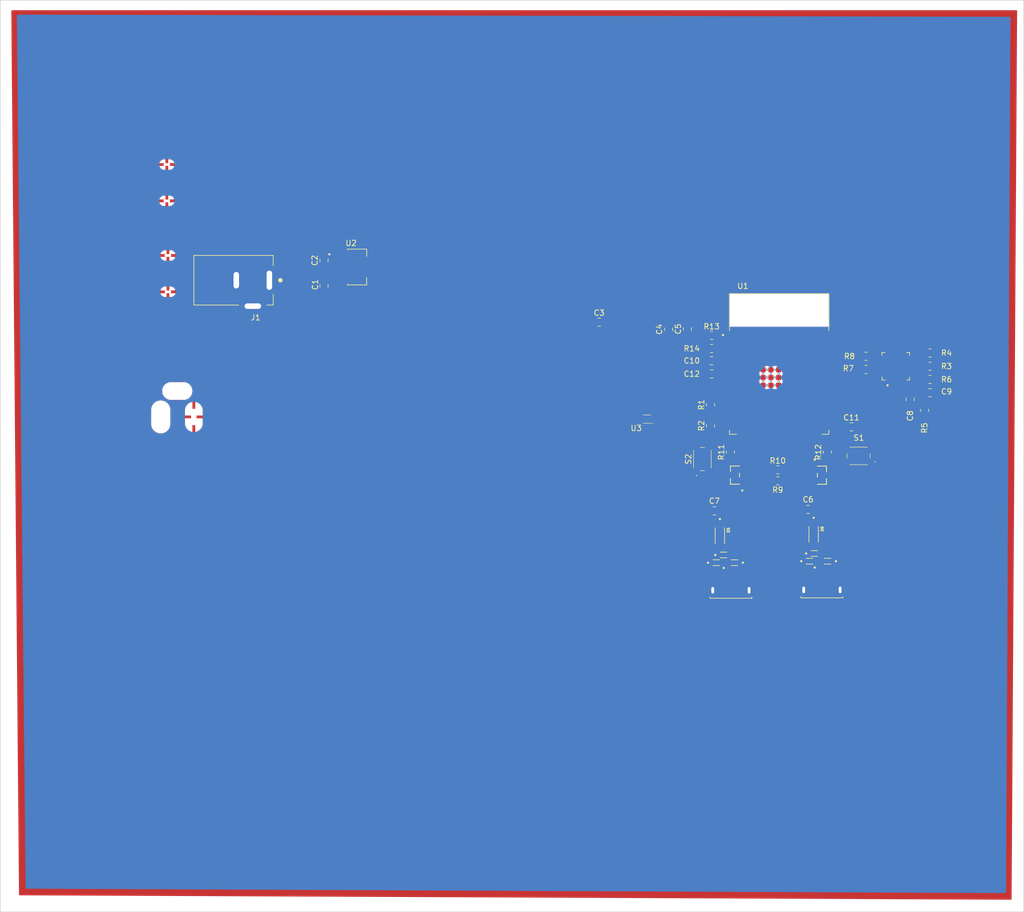
<source format=kicad_pcb>
(kicad_pcb (version 20221018) (generator pcbnew)
  (layers (0 "F.Cu" signal) (31 "B.Cu" signal) (34 "B.Paste" user) (35 "F.Paste" user) (36 "B.SilkS" user "B.Silkscreen") (37 "F.SilkS" user "F.Silkscreen") (38 "B.Mask" user) (39 "F.Mask" user) (44 "Edge.Cuts" user))
  (net 0 "")
  (net 1 "+12V")
  (net 2 "GND")
  (net 3 "+3.3V")
  (net 4 "Net-(C6-Pad1)")
  (net 5 "Net-(C7-Pad1)")
  (net 6 "Net-(U4-VBUS)")
  (net 7 "CHIP_PU")
  (net 8 "IO0")
  (net 9 "USB_DP")
  (net 10 "USB_DN")
  (net 11 "IO20")
  (net 12 "IO19")
  (net 13 "VBUS")
  (net 17 "Net-(U1-IO8)")
  (net 18 "Net-(U1-IO9)")
  (net 19 "Net-(U4-~{RST})")
  (net 20 "Net-(U4-~{SUSPEND})")
  (net 21 "Net-(U4-TXD)")
  (net 22 "U0RXD")
  (net 23 "Net-(U4-RXD)")
  (net 24 "U0TXD")
  (net 25 "DTR")
  (net 26 "Net-(U5-BASE)")
  (net 27 "RTS")
  (net 28 "Net-(U6-BASE)")
  (net 29 "Net-(U5-COLLECTOR)")
  (net 30 "Net-(U6-COLLECTOR)")
  (net 31 "ESP_3V3")
  (footprint "Resistor_SMD:R_0805_2012Metric_Pad1.20x1.40mm_HandSolder" (layer "F.Cu") (at 143 59.6 180)
    (fp_text reference "R7" (at 3.2 0.2) (layer "F.SilkS"))
    (fp_text value "0" hide)
    (fp_line (start -0.227064 -0.735) (end 0.227064 -0.735) (stroke (width 0.12)) (layer "F.SilkS"))
    (fp_line (start -0.227064 0.735) (end 0.227064 0.735) (stroke (width 0.12)) (layer "F.SilkS"))
    (pad "1" smd roundrect (at -1 0 180) (size 1.2 1.4) (layers "F.Cu" "F.Paste" "F.Mask") (roundrect_rratio 0.208333) (net 21 "Net-(U4-TXD)"))
    (pad "2" smd roundrect (at 1 0 180) (size 1.2 1.4) (layers "F.Cu" "F.Paste" "F.Mask") (roundrect_rratio 0.208333) (net 22 "U0RXD"))
  )
  (footprint "ECE445:SOT-23_ONS" (layer "F.Cu") (at 119.2348 78.7525 90)
    (fp_text reference "U5" hide)
    (fp_text value "L8050QLT1G" hide)
    (fp_line (start -1.651 -0.8255) (end -1.651 0.8255) (stroke (width 0.1524)) (layer "F.SilkS"))
    (fp_line (start -0.61214 -0.8255) (end -1.651 -0.8255) (stroke (width 0.1524)) (layer "F.SilkS"))
    (fp_line (start -0.34036 0.8255) (end 0.34036 0.8255) (stroke (width 0.1524)) (layer "F.SilkS"))
    (fp_line (start 1.651 -0.8255) (end 0.61214 -0.8255) (stroke (width 0.1524)) (layer "F.SilkS"))
    (fp_line (start 1.651 0.8255) (end 1.651 -0.8255) (stroke (width 0.1524)) (layer "F.SilkS"))
    (fp_circle (center -2.794 1.3208) (end -2.667 1.3208) (stroke (width 0.1524)) (fill none) (layer "F.SilkS"))
    (pad "1" smd rect (at -0.9525 0.9652 90) (size 0.5588 1.4224) (layers "F.Cu" "F.Paste" "F.Mask") (net 26 "Net-(U5-BASE)"))
    (pad "2" smd rect (at 0.9525 0.9652 90) (size 0.5588 1.4224) (layers "F.Cu" "F.Paste" "F.Mask") (net 27 "RTS"))
    (pad "3" smd rect (at 0 -0.9652 90) (size 0.5588 1.4224) (layers "F.Cu" "F.Paste" "F.Mask") (net 29 "Net-(U5-COLLECTOR)"))
  )
  (footprint "Capacitor_SMD:C_0805_2012Metric_Pad1.18x1.45mm_HandSolder" (layer "F.Cu") (at 151 65 -90)
    (fp_text reference "C8" (at 3 0 90) (layer "F.SilkS"))
    (fp_text value "10uF" hide)
    (fp_line (start -0.261252 -0.735) (end 0.261252 -0.735) (stroke (width 0.12)) (layer "F.SilkS"))
    (fp_line (start -0.261252 0.735) (end 0.261252 0.735) (stroke (width 0.12)) (layer "F.SilkS"))
    (pad "1" smd roundrect (at -1.0375 0 270) (size 1.175 1.45) (layers "F.Cu" "F.Paste" "F.Mask") (roundrect_rratio 0.212766) (net 3 "+3.3V"))
    (pad "2" smd roundrect (at 1.0375 0 270) (size 1.175 1.45) (layers "F.Cu" "F.Paste" "F.Mask") (roundrect_rratio 0.212766) (net 2 "GND"))
  )
  (footprint "Resistor_SMD:R_0805_2012Metric_Pad1.20x1.40mm_HandSolder" (layer "F.Cu") (at 154.6 61.4 180)
    (fp_text reference "R6" (at -3 0) (layer "F.SilkS"))
    (fp_text value "47500" hide)
    (fp_line (start -0.227064 -0.735) (end 0.227064 -0.735) (stroke (width 0.12)) (layer "F.SilkS"))
    (fp_line (start -0.227064 0.735) (end 0.227064 0.735) (stroke (width 0.12)) (layer "F.SilkS"))
    (pad "1" smd roundrect (at -1 0 180) (size 1.2 1.4) (layers "F.Cu" "F.Paste" "F.Mask") (roundrect_rratio 0.208333) (net 2 "GND"))
    (pad "2" smd roundrect (at 1 0 180) (size 1.2 1.4) (layers "F.Cu" "F.Paste" "F.Mask") (roundrect_rratio 0.208333) (net 6 "Net-(U4-VBUS)"))
  )
  (footprint "ECE445:SOT-23_ONS" (layer "F.Cu") (at 135 78.7715 -90)
    (fp_text reference "U6" hide)
    (fp_text value "L8050QLT1G" hide)
    (fp_line (start -1.651 -0.8255) (end -1.651 0.8255) (stroke (width 0.1524)) (layer "F.SilkS"))
    (fp_line (start -0.61214 -0.8255) (end -1.651 -0.8255) (stroke (width 0.1524)) (layer "F.SilkS"))
    (fp_line (start -0.34036 0.8255) (end 0.34036 0.8255) (stroke (width 0.1524)) (layer "F.SilkS"))
    (fp_line (start 1.651 -0.8255) (end 0.61214 -0.8255) (stroke (width 0.1524)) (layer "F.SilkS"))
    (fp_line (start 1.651 0.8255) (end 1.651 -0.8255) (stroke (width 0.1524)) (layer "F.SilkS"))
    (fp_circle (center -2.794 1.3208) (end -2.667 1.3208) (stroke (width 0.1524)) (fill none) (layer "F.SilkS"))
    (pad "1" smd rect (at -0.9525 0.9652 270) (size 0.5588 1.4224) (layers "F.Cu" "F.Paste" "F.Mask") (net 28 "Net-(U6-BASE)"))
    (pad "2" smd rect (at 0.9525 0.9652 270) (size 0.5588 1.4224) (layers "F.Cu" "F.Paste" "F.Mask") (net 25 "DTR"))
    (pad "3" smd rect (at 0 -0.9652 270) (size 0.5588 1.4224) (layers "F.Cu" "F.Paste" "F.Mask") (net 30 "Net-(U6-COLLECTOR)"))
  )
  (footprint "Resistor_SMD:R_0805_2012Metric_Pad1.20x1.40mm_HandSolder" (layer "F.Cu") (at 115 53.4 180)
    (fp_text reference "R13" (at 0 1.6) (layer "F.SilkS"))
    (fp_text value "0")
    (fp_line (start -0.227064 -0.735) (end 0.227064 -0.735) (stroke (width 0.12)) (layer "F.SilkS"))
    (fp_line (start -0.227064 0.735) (end 0.227064 0.735) (stroke (width 0.12)) (layer "F.SilkS"))
    (pad "1" smd roundrect (at -1 0 180) (size 1.2 1.4) (layers "F.Cu" "F.Paste" "F.Mask") (roundrect_rratio 0.208333) (net 31 "ESP_3V3"))
    (pad "2" smd roundrect (at 1 0 180) (size 1.2 1.4) (layers "F.Cu" "F.Paste" "F.Mask") (roundrect_rratio 0.208333) (net 3 "+3.3V"))
  )
  (footprint "ECE445:PTS815 SJG 250 SMTR LFS" (layer "F.Cu") (at 141.65 75.275 180)
    (fp_text reference "S1" (at -0.05 3.275) (layer "F.SilkS"))
    (fp_text value "PTS815_SJG_250_SMTR_LFS" hide)
    (fp_line (start -2.1 -0.4) (end -2.1 0.4) (stroke (width 0.1)) (layer "F.SilkS"))
    (fp_line (start -1.6 -1.6) (end 1.6 -1.6) (stroke (width 0.1)) (layer "F.SilkS"))
    (fp_line (start 1.6 1.6) (end -1.6 1.6) (stroke (width 0.1)) (layer "F.SilkS"))
    (fp_line (start 2.1 -0.4) (end 2.1 0.4) (stroke (width 0.1)) (layer "F.SilkS"))
    (fp_arc (start -3 -1.1) (mid -2.95 -1.05) (end -3 -1) (stroke (width 0.1)) (layer "F.SilkS"))
    (fp_arc (start -3 -1) (mid -3.05 -1.05) (end -3 -1.1) (stroke (width 0.1)) (layer "F.SilkS"))
    (pad "1" smd rect (at -2.25 -1.075 180) (size 1 0.7) (layers "F.Cu" "F.Paste" "F.Mask") (net 2 "GND"))
    (pad "2" smd rect (at 2.25 -1.075 180) (size 1 0.7) (layers "F.Cu" "F.Paste" "F.Mask"))
    (pad "3" smd rect (at -2.25 1.075 180) (size 1 0.7) (layers "F.Cu" "F.Paste" "F.Mask"))
    (pad "4" smd rect (at 2.25 1.075 180) (size 1 0.7) (layers "F.Cu" "F.Paste" "F.Mask") (net 8 "IO0"))
  )
  (footprint "Capacitor_SMD:C_0805_2012Metric_Pad1.18x1.45mm_HandSolder" (layer "F.Cu") (at 44.715 44.4 -90)
    (fp_text reference "C1" (at -0.2 1.6 90) (layer "F.SilkS"))
    (fp_text value "1uF" hide)
    (fp_line (start -0.261252 -0.735) (end 0.261252 -0.735) (stroke (width 0.12)) (layer "F.SilkS"))
    (fp_line (start -0.261252 0.735) (end 0.261252 0.735) (stroke (width 0.12)) (layer "F.SilkS"))
    (pad "1" smd roundrect (at -1.0375 0 270) (size 1.175 1.45) (layers "F.Cu" "F.Paste" "F.Mask") (roundrect_rratio 0.212766) (net 1 "+12V"))
    (pad "2" smd roundrect (at 1.0375 0 270) (size 1.175 1.45) (layers "F.Cu" "F.Paste" "F.Mask") (roundrect_rratio 0.212766) (net 2 "GND"))
  )
  (footprint "Resistor_SMD:R_0805_2012Metric_Pad1.20x1.40mm_HandSolder" (layer "F.Cu") (at 114.8 66 90)
    (fp_text reference "R1" (at 0 -1.65 90) (layer "F.SilkS"))
    (fp_text value "10000")
    (fp_line (start -0.227064 -0.735) (end 0.227064 -0.735) (stroke (width 0.12)) (layer "F.SilkS"))
    (fp_line (start -0.227064 0.735) (end 0.227064 0.735) (stroke (width 0.12)) (layer "F.SilkS"))
    (pad "1" smd roundrect (at -1 0 90) (size 1.2 1.4) (layers "F.Cu" "F.Paste" "F.Mask") (roundrect_rratio 0.208333) (net 17 "Net-(U1-IO8)"))
    (pad "2" smd roundrect (at 1 0 90) (size 1.2 1.4) (layers "F.Cu" "F.Paste" "F.Mask") (roundrect_rratio 0.208333) (net 3 "+3.3V"))
  )
  (footprint "ECE445:LDL1117S33R-SnapEDA" (layer "F.Cu") (at 50.7 41)
    (fp_text reference "U2" (at -1.08 -4.335) (layer "F.SilkS"))
    (fp_text value "LDL1117S33R-SnapEDA")
    (fp_line (start -1.75 -3.25) (end -1.75 -3.085) (stroke (width 0.127)) (layer "F.SilkS"))
    (fp_line (start -1.75 3.25) (end -1.75 3.085) (stroke (width 0.127)) (layer "F.SilkS"))
    (fp_line (start -1.75 3.25) (end 1.75 3.25) (stroke (width 0.127)) (layer "F.SilkS"))
    (fp_line (start 1.75 -3.25) (end -1.75 -3.25) (stroke (width 0.127)) (layer "F.SilkS"))
    (fp_line (start 1.75 -1.935) (end 1.75 -3.25) (stroke (width 0.127)) (layer "F.SilkS"))
    (fp_line (start 1.75 3.25) (end 1.75 1.935) (stroke (width 0.127)) (layer "F.SilkS"))
    (fp_circle (center -5.005 -2.3) (end -4.905 -2.3) (stroke (width 0.2)) (fill none) (layer "F.SilkS"))
    (pad "1" smd roundrect (at -3.015 -2.3) (size 1.98 0.93) (layers "F.Cu" "F.Paste" "F.Mask") (roundrect_rratio 0.12) (net 2 "GND"))
    (pad "2" smd roundrect (at -3.015 0) (size 1.98 0.93) (layers "F.Cu" "F.Paste" "F.Mask") (roundrect_rratio 0.12) (net 3 "+3.3V"))
    (pad "3" smd roundrect (at -3.015 2.3) (size 1.98 0.93) (layers "F.Cu" "F.Paste" "F.Mask") (roundrect_rratio 0.12) (net 1 "+12V"))
    (pad "4" smd roundrect (at 3.015 0) (size 1.98 3.23) (layers "F.Cu" "F.Paste" "F.Mask") (roundrect_rratio 0.4) (net 3 "+3.3V"))
  )
  (footprint "Capacitor_SMD:C_0805_2012Metric_Pad1.18x1.45mm_HandSolder" (layer "F.Cu") (at 114.9625 58 180)
    (fp_text reference "C10" (at 3.5625 0) (layer "F.SilkS"))
    (fp_text value "1uF")
    (fp_line (start -0.261252 -0.735) (end 0.261252 -0.735) (stroke (width 0.12)) (layer "F.SilkS"))
    (fp_line (start -0.261252 0.735) (end 0.261252 0.735) (stroke (width 0.12)) (layer "F.SilkS"))
    (pad "1" smd roundrect (at -1.0375 0 180) (size 1.175 1.45) (layers "F.Cu" "F.Paste" "F.Mask") (roundrect_rratio 0.212766) (net 7 "CHIP_PU"))
    (pad "2" smd roundrect (at 1.0375 0 180) (size 1.175 1.45) (layers "F.Cu" "F.Paste" "F.Mask") (roundrect_rratio 0.212766) (net 2 "GND"))
  )
  (footprint "Capacitor_SMD:C_0805_2012Metric_Pad1.18x1.45mm_HandSolder" (layer "F.Cu") (at 44.715 39.8 90)
    (fp_text reference "C2" (at 0 -1.68 90) (layer "F.SilkS"))
    (fp_text value "4.7uF" hide)
    (fp_line (start -0.261252 -0.735) (end 0.261252 -0.735) (stroke (width 0.12)) (layer "F.SilkS"))
    (fp_line (start -0.261252 0.735) (end 0.261252 0.735) (stroke (width 0.12)) (layer "F.SilkS"))
    (pad "1" smd roundrect (at -1.0375 0 90) (size 1.175 1.45) (layers "F.Cu" "F.Paste" "F.Mask") (roundrect_rratio 0.212766) (net 3 "+3.3V"))
    (pad "2" smd roundrect (at 1.0375 0 90) (size 1.175 1.45) (layers "F.Cu" "F.Paste" "F.Mask") (roundrect_rratio 0.212766) (net 2 "GND"))
  )
  (footprint "ECE445:LESD5D5_0CT1G" (layer "F.Cu") (at 136.04 94.3795 180)
    (fp_text reference "D1" hide)
    (fp_text value "LESD5D5.0CT1G" hide)
    (fp_line (start -0.6 -0.52) (end 0.6 -0.52) (stroke (width 0.127)) (layer "F.SilkS"))
    (fp_line (start 0.6 0.52) (end -0.6 0.52) (stroke (width 0.127)) (layer "F.SilkS"))
    (fp_circle (center -1.5 0) (end -1.4 0) (stroke (width 0.2)) (fill none) (layer "F.SilkS"))
    (pad "1" smd rect (at -0.66 0 180) (size 0.48 0.4) (layers "F.Cu" "F.Paste" "F.Mask") (net 2 "GND"))
    (pad "2" smd rect (at 0.66 0 180) (size 0.48 0.4) (layers "F.Cu" "F.Paste" "F.Mask") (net 9 "USB_DP"))
  )
  (footprint "Resistor_SMD:R_0805_2012Metric_Pad1.20x1.40mm_HandSolder" (layer "F.Cu") (at 154.6 59 180)
    (fp_text reference "R3" (at -3 0) (layer "F.SilkS"))
    (fp_text value "1000" hide)
    (fp_line (start -0.227064 -0.735) (end 0.227064 -0.735) (stroke (width 0.12)) (layer "F.SilkS"))
    (fp_line (start -0.227064 0.735) (end 0.227064 0.735) (stroke (width 0.12)) (layer "F.SilkS"))
    (pad "1" smd roundrect (at -1 0 180) (size 1.2 1.4) (layers "F.Cu" "F.Paste" "F.Mask") (roundrect_rratio 0.208333) (net 3 "+3.3V"))
    (pad "2" smd roundrect (at 1 0 180) (size 1.2 1.4) (layers "F.Cu" "F.Paste" "F.Mask") (roundrect_rratio 0.208333) (net 19 "Net-(U4-~{RST})"))
  )
  (footprint "ECE445:PTS815 SJG 250 SMTR LFS" (layer "F.Cu") (at 113.325 75.85 90)
    (fp_text reference "S2" (at 0 -2.54 90) (layer "F.SilkS"))
    (fp_text value "PTS815_SJG_250_SMTR_LFS" hide)
    (fp_line (start -2.1 -0.4) (end -2.1 0.4) (stroke (width 0.1)) (layer "F.SilkS"))
    (fp_line (start -1.6 -1.6) (end 1.6 -1.6) (stroke (width 0.1)) (layer "F.SilkS"))
    (fp_line (start 1.6 1.6) (end -1.6 1.6) (stroke (width 0.1)) (layer "F.SilkS"))
    (fp_line (start 2.1 -0.4) (end 2.1 0.4) (stroke (width 0.1)) (layer "F.SilkS"))
    (fp_arc (start -3 -1.1) (mid -2.95 -1.05) (end -3 -1) (stroke (width 0.1)) (layer "F.SilkS"))
    (fp_arc (start -3 -1) (mid -3.05 -1.05) (end -3 -1.1) (stroke (width 0.1)) (layer "F.SilkS"))
    (pad "1" smd rect (at -2.25 -1.075 90) (size 1 0.7) (layers "F.Cu" "F.Paste" "F.Mask") (net 2 "GND"))
    (pad "2" smd rect (at 2.25 -1.075 90) (size 1 0.7) (layers "F.Cu" "F.Paste" "F.Mask"))
    (pad "3" smd rect (at -2.25 1.075 90) (size 1 0.7) (layers "F.Cu" "F.Paste" "F.Mask"))
    (pad "4" smd rect (at 2.25 1.075 90) (size 1 0.7) (layers "F.Cu" "F.Paste" "F.Mask") (net 7 "CHIP_PU"))
  )
  (footprint "ECE445:ESP32-S3-WROOM-1-N8-SnapEDA" (layer "F.Cu") (at 127.25 58.59)
    (fp_text reference "U1" (at -6.575 -14.135) (layer "F.SilkS"))
    (fp_text value "ESP32-S3-WROOM-1-N8" hide)
    (fp_line (start -9 -12.75) (end 9 -12.75) (stroke (width 0.127)) (layer "F.SilkS"))
    (fp_line (start -9 -6.03) (end -9 -12.75) (stroke (width 0.127)) (layer "F.SilkS"))
    (fp_line (start -9 12.02) (end -9 12.75) (stroke (width 0.127)) (layer "F.SilkS"))
    (fp_line (start -9 12.75) (end -7.755 12.75) (stroke (width 0.127)) (layer "F.SilkS"))
    (fp_line (start 9 -12.75) (end 9 -6.03) (stroke (width 0.127)) (layer "F.SilkS"))
    (fp_line (start 9 12.02) (end 9 12.75) (stroke (width 0.127)) (layer "F.SilkS"))
    (fp_line (start 9 12.75) (end 7.755 12.75) (stroke (width 0.127)) (layer "F.SilkS"))
    (fp_circle (center -10.2 -5.26) (end -10.1 -5.26) (stroke (width 0.2)) (fill none) (layer "F.SilkS"))
    (pad "1" smd rect (at -8.75 -5.26) (size 1.5 0.9) (layers "F.Cu" "F.Paste" "F.Mask") (net 2 "GND"))
    (pad "2" smd rect (at -8.75 -3.99) (size 1.5 0.9) (layers "F.Cu" "F.Paste" "F.Mask") (net 31 "ESP_3V3"))
    (pad "3" smd rect (at -8.75 -2.72) (size 1.5 0.9) (layers "F.Cu" "F.Paste" "F.Mask") (net 7 "CHIP_PU"))
    (pad "4" smd rect (at -8.75 -1.45) (size 1.5 0.9) (layers "F.Cu" "F.Paste" "F.Mask"))
    (pad "5" smd rect (at -8.75 -0.18) (size 1.5 0.9) (layers "F.Cu" "F.Paste" "F.Mask"))
    (pad "6" smd rect (at -8.75 1.09) (size 1.5 0.9) (layers "F.Cu" "F.Paste" "F.Mask"))
    (pad "7" smd rect (at -8.75 2.36) (size 1.5 0.9) (layers "F.Cu" "F.Paste" "F.Mask"))
    (pad "8" smd rect (at -8.75 3.63) (size 1.5 0.9) (layers "F.Cu" "F.Paste" "F.Mask"))
    (pad "9" smd rect (at -8.75 4.9) (size 1.5 0.9) (layers "F.Cu" "F.Paste" "F.Mask"))
    (pad "10" smd rect (at -8.75 6.17) (size 1.5 0.9) (layers "F.Cu" "F.Paste" "F.Mask"))
    (pad "11" smd rect (at -8.75 7.44) (size 1.5 0.9) (layers "F.Cu" "F.Paste" "F.Mask"))
    (pad "12" smd rect (at -8.75 8.71) (size 1.5 0.9) (layers "F.Cu" "F.Paste" "F.Mask") (net 17 "Net-(U1-IO8)"))
    (pad "13" smd rect (at -8.75 9.98) (size 1.5 0.9) (layers "F.Cu" "F.Paste" "F.Mask") (net 12 "IO19"))
    (pad "14" smd rect (at -8.75 11.25) (size 1.5 0.9) (layers "F.Cu" "F.Paste" "F.Mask") (net 11 "IO20"))
    (pad "15" smd rect (at -6.985 12.5) (size 0.9 1.5) (layers "F.Cu" "F.Paste" "F.Mask"))
    (pad "16" smd rect (at -5.715 12.5) (size 0.9 1.5) (layers "F.Cu" "F.Paste" "F.Mask"))
    (pad "17" smd rect (at -4.445 12.5) (size 0.9 1.5) (layers "F.Cu" "F.Paste" "F.Mask") (net 18 "Net-(U1-IO9)"))
    (pad "18" smd rect (at -3.175 12.5) (size 0.9 1.5) (layers "F.Cu" "F.Paste" "F.Mask"))
    (pad "19" smd rect (at -1.905 12.5) (size 0.9 1.5) (layers "F.Cu" "F.Paste" "F.Mask"))
    (pad "20" smd rect (at -0.635 12.5) (size 0.9 1.5) (layers "F.Cu" "F.Paste" "F.Mask"))
    (pad "21" smd rect (at 0.635 12.5) (size 0.9 1.5) (layers "F.Cu" "F.Paste" "F.Mask"))
    (pad "22" smd rect (at 1.905 12.5) (size 0.9 1.5) (layers "F.Cu" "F.Paste" "F.Mask"))
    (pad "23" smd rect (at 3.175 12.5) (size 0.9 1.5) (layers "F.Cu" "F.Paste" "F.Mask"))
    (pad "24" smd rect (at 4.445 12.5) (size 0.9 1.5) (layers "F.Cu" "F.Paste" "F.Mask"))
    (pad "25" smd rect (at 5.715 12.5) (size 0.9 1.5) (layers "F.Cu" "F.Paste" "F.Mask"))
    (pad "26" smd rect (at 6.985 12.5) (size 0.9 1.5) (layers "F.Cu" "F.Paste" "F.Mask"))
    (pad "27" smd rect (at 8.75 11.25) (size 1.5 0.9) (layers "F.Cu" "F.Paste" "F.Mask") (net 8 "IO0"))
    (pad "28" smd rect (at 8.75 9.98) (size 1.5 0.9) (layers "F.Cu" "F.Paste" "F.Mask"))
    (pad "29" smd rect (at 8.75 8.71) (size 1.5 0.9) (layers "F.Cu" "F.Paste" "F.Mask"))
    (pad "30" smd rect (at 8.75 7.44) (size 1.5 0.9) (layers "F.Cu" "F.Paste" "F.Mask"))
    (pad "31" smd rect (at 8.75 6.17) (size 1.5 0.9) (layers "F.Cu" "F.Paste" "F.Mask"))
    (pad "32" smd rect (at 8.75 4.9) (size 1.5 0.9) (layers "F.Cu" "F.Paste" "F.Mask"))
    (pad "33" smd rect (at 8.75 3.63) (size 1.5 0.9) (layers "F.Cu" "F.Paste" "F.Mask"))
    (pad "34" smd rect (at 8.75 2.36) (size 1.5 0.9) (layers "F.Cu" "F.Paste" "F.Mask"))
    (pad "35" smd rect (at 8.75 1.09) (size 1.5 0.9) (layers "F.Cu" "F.Paste" "F.Mask"))
    (pad "36" smd rect (at 8.75 -0.18) (size 1.5 0.9) (layers "F.Cu" "F.Paste" "F.Mask") (net 22 "U0RXD"))
    (pad "37" smd rect (at 8.75 -1.45) (size 1.5 0.9) (layers "F.Cu" "F.Paste" "F.Mask") (net 24 "U0TXD"))
    (pad "38" smd rect (at 8.75 -2.72) (size 1.5 0.9) (layers "F.Cu" "F.Paste" "F.Mask"))
    (pad "39" smd rect (at 8.75 -3.99) (size 1.5 0.9) (layers "F.Cu" "F.Paste" "F.Mask"))
    (pad "40" smd rect (at 8.75 -5.26) (size 1.5 0.9) (layers "F.Cu" "F.Paste" "F.Mask") (net 2 "GND"))
    (pad "41_1" smd rect (at -1.5 2.46) (size 0.9 0.9) (layers "F.Cu" "F.Paste" "F.Mask") (net 2 "GND"))
    (pad "41_2" smd rect (at -2.9 2.46) (size 0.9 0.9) (layers "F.Cu" "F.Paste" "F.Mask") (net 2 "GND"))
    (pad "41_3" smd rect (at -0.1 2.46) (size 0.9 0.9) (layers "F.Cu" "F.Paste" "F.Mask") (net 2 "GND"))
    (pad "41_4" smd rect (at -2.9 3.86) (size 0.9 0.9) (layers "F.Cu" "F.Paste" "F.Mask") (net 2 "GND"))
    (pad "41_5" smd rect (at -1.5 3.86) (size 0.9 0.9) (layers "F.Cu" "F.Paste" "F.Mask") (net 2 "GND"))
    (pad "41_6" smd rect (at -0.1 3.86) (size 0.9 0.9) (layers "F.Cu" "F.Paste" "F.Mask") (net 2 "GND"))
    (pad "41_7" smd rect (at -2.9 1.06) (size 0.9 0.9) (layers "F.Cu" "F.Paste" "F.Mask") (net 2 "GND"))
    (pad "41_8" smd rect (at -1.5 1.06) (size 0.9 0.9) (layers "F.Cu" "F.Paste" "F.Mask") (net 2 "GND"))
    (pad "41_9" smd rect (at -0.1 1.06) (size 0.9 0.9) (layers "F.Cu" "F.Paste" "F.Mask") (net 2 "GND"))
    (pad "41_10" thru_hole circle (at -1.5 1.76) (size 0.4 0.4) (drill 0.2) (layers "*.Cu"))
    (pad "41_11" thru_hole circle (at -2.9 1.76) (size 0.4 0.4) (drill 0.2) (layers "*.Cu"))
    (pad "41_12" thru_hole circle (at -0.1 1.76) (size 0.4 0.4) (drill 0.2) (layers "*.Cu"))
    (pad "41_13" thru_hole circle (at -2.9 3.16) (size 0.4 0.4) (drill 0.2) (layers "*.Cu"))
    (pad "41_14" thru_hole circle (at -1.5 3.16) (size 0.4 0.4) (drill 0.2) (layers "*.Cu"))
    (pad "41_15" thru_hole circle (at -0.1 3.16) (size 0.4 0.4) (drill 0.2) (layers "*.Cu"))
    (pad "41_16" thru_hole circle (at -2.2 1.06) (size 0.4 0.4) (drill 0.2) (layers "*.Cu"))
    (pad "41_17" thru_hole circle (at -0.8 1.06) (size 0.4 0.4) (drill 0.2) (layers "*.Cu"))
    (pad "41_18" thru_hole circle (at -2.2 2.46) (size 0.4 0.4) (drill 0.2) (layers "*.Cu"))
    (pad "41_19" thru_hole circle (at -0.8 2.46) (size 0.4 0.4) (drill 0.2) (layers "*.Cu"))
    (pad "41_20" thru_hole circle (at -2.2 3.86) (size 0.4 0.4) (drill 0.2) (layers "*.Cu"))
    (pad "41_21" thru_hole circle (at -0.8 3.86) (size 0.4 0.4) (drill 0.2) (layers "*.Cu"))
    (zone (net 0) (net_name "") (layer "F.Cu") (connect_pads (clearance 0)) (min_thickness 0.01)
      (keepout (tracks not_allowed) (vias not_allowed) (pads not_allowed) (copperpour not_allowed) (footprints allowed))
      (fill (thermal_gap 0.508) (thermal_bridge_width 0.508))
      (polygon (pts (xy 118.25 45.84) (xy 136.25 45.84) (xy 136.25 51.84) (xy 118.25 51.84)))
    )
    (zone (net 0) (net_name "") (layer "B.Cu") (connect_pads (clearance 0)) (min_thickness 0.01)
      (keepout (tracks not_allowed) (vias not_allowed) (pads not_allowed) (copperpour not_allowed) (footprints allowed))
      (fill (thermal_gap 0.508) (thermal_bridge_width 0.508))
      (polygon (pts (xy 118.25 45.84) (xy 136.25 45.84) (xy 136.25 51.84) (xy 118.25 51.84)))
    )
  )
  (footprint "Resistor_SMD:R_0805_2012Metric_Pad1.20x1.40mm_HandSolder" (layer "F.Cu") (at 127 77.8)
    (fp_text reference "R10" (at 0 -1.65) (layer "F.SilkS"))
    (fp_text value "10000" hide)
    (fp_line (start -0.227064 -0.735) (end 0.227064 -0.735) (stroke (width 0.12)) (layer "F.SilkS"))
    (fp_line (start -0.227064 0.735) (end 0.227064 0.735) (stroke (width 0.12)) (layer "F.SilkS"))
    (pad "1" smd roundrect (at -1 0) (size 1.2 1.4) (layers "F.Cu" "F.Paste" "F.Mask") (roundrect_rratio 0.208333) (net 27 "RTS"))
    (pad "2" smd roundrect (at 1 0) (size 1.2 1.4) (layers "F.Cu" "F.Paste" "F.Mask") (roundrect_rratio 0.208333) (net 28 "Net-(U6-BASE)"))
  )
  (footprint "Capacitor_SMD:C_0805_2012Metric_Pad1.18x1.45mm_HandSolder" (layer "F.Cu") (at 107.2 52.3 90)
    (fp_text reference "C4" (at 0 -1.68 90) (layer "F.SilkS"))
    (fp_text value "10uF")
    (fp_line (start -0.261252 -0.735) (end 0.261252 -0.735) (stroke (width 0.12)) (layer "F.SilkS"))
    (fp_line (start -0.261252 0.735) (end 0.261252 0.735) (stroke (width 0.12)) (layer "F.SilkS"))
    (pad "1" smd roundrect (at -1.0375 0 90) (size 1.175 1.45) (layers "F.Cu" "F.Paste" "F.Mask") (roundrect_rratio 0.212766) (net 3 "+3.3V"))
    (pad "2" smd roundrect (at 1.0375 0 90) (size 1.175 1.45) (layers "F.Cu" "F.Paste" "F.Mask") (roundrect_rratio 0.212766) (net 2 "GND"))
  )
  (footprint "ECE445:PJ-202AH" (layer "F.Cu") (at 28.3 43.4 180)
    (fp_text reference "J1" (at -4.01529 -6.76551) (layer "F.SilkS") (effects (font (size 1.000079 1.000079))))
    (fp_text value "PJ-202AH")
    (fp_line (start -7.2 -4.5) (end -6.05 -4.5) (stroke (width 0.127)) (layer "F.SilkS"))
    (fp_line (start -7.2 -2.55) (end -7.2 -4.5) (stroke (width 0.127)) (layer "F.SilkS"))
    (fp_line (start -7.2 4.5) (end -7.2 2.65) (stroke (width 0.127)) (layer "F.SilkS"))
    (fp_line (start -0.95 -4.5) (end 7.2 -4.5) (stroke (width 0.127)) (layer "F.SilkS"))
    (fp_line (start 7.2 -4.5) (end 7.2 4.5) (stroke (width 0.127)) (layer "F.SilkS"))
    (fp_line (start 7.2 4.5) (end -7.2 4.5) (stroke (width 0.127)) (layer "F.SilkS"))
    (fp_circle (center -8.5 0) (end -8.3 0) (stroke (width 0.4)) (fill none) (layer "F.SilkS"))
    (pad "1" thru_hole oval (at -6.5 0 180) (size 2.5 5) (drill oval 1 3.5) (layers "*.Cu" "*.Mask") (net 1 "+12V"))
    (pad "2" thru_hole oval (at -0.5 0 180) (size 2.25 4.5) (drill oval 1 3) (layers "*.Cu" "*.Mask") (net 2 "GND"))
    (pad "3" thru_hole oval (at -3.5 -4.7 180) (size 4.5 2.25) (drill oval 3 1) (layers "*.Cu" "*.Mask"))
  )
  (footprint "Resistor_SMD:R_0805_2012Metric_Pad1.20x1.40mm_HandSolder" (layer "F.Cu") (at 118.4 74.6 90)
    (fp_text reference "R11" (at 0 -1.65 90) (layer "F.SilkS"))
    (fp_text value "0" hide)
    (fp_line (start -0.227064 -0.735) (end 0.227064 -0.735) (stroke (width 0.12)) (layer "F.SilkS"))
    (fp_line (start -0.227064 0.735) (end 0.227064 0.735) (stroke (width 0.12)) (layer "F.SilkS"))
    (pad "1" smd roundrect (at -1 0 90) (size 1.2 1.4) (layers "F.Cu" "F.Paste" "F.Mask") (roundrect_rratio 0.208333) (net 29 "Net-(U5-COLLECTOR)"))
    (pad "2" smd roundrect (at 1 0 90) (size 1.2 1.4) (layers "F.Cu" "F.Paste" "F.Mask") (roundrect_rratio 0.208333) (net 7 "CHIP_PU"))
  )
  (footprint "ECE445:SHT45-AD1B-R3" (layer "F.Cu") (at 103.3 68.6 180)
    (fp_text reference "U3" (at 1.975 -1.635) (layer "F.SilkS"))
    (fp_text value "SHT45-AD1B-R3")
    (fp_line (start -0.7 -0.75) (end 0.7 -0.75) (stroke (width 0.1)) (layer "F.SilkS"))
    (fp_line (start -0.7 0.75) (end 0.7 0.75) (stroke (width 0.1)) (layer "F.SilkS"))
    (fp_circle (center -1 -0.8) (end -0.95 -0.8) (stroke (width 0.1)) (fill none) (layer "F.SilkS"))
    (pad "1" smd rect (at -0.7 -0.4 180) (size 0.5 0.3) (layers "F.Cu" "F.Paste" "F.Mask") (net 17 "Net-(U1-IO8)"))
    (pad "2" smd rect (at -0.7 0.4 180) (size 0.5 0.3) (layers "F.Cu" "F.Paste" "F.Mask") (net 18 "Net-(U1-IO9)"))
    (pad "3" smd rect (at 0.7 0.4 180) (size 0.5 0.3) (layers "F.Cu" "F.Paste" "F.Mask") (net 3 "+3.3V"))
    (pad "4" smd rect (at 0.7 -0.4 180) (size 0.5 0.3) (layers "F.Cu" "F.Paste" "F.Mask") (net 2 "GND"))
  )
  (footprint "Resistor_SMD:R_0805_2012Metric_Pad1.20x1.40mm_HandSolder" (layer "F.Cu") (at 114.8 69.8 90)
    (fp_text reference "R2" (at 0 -1.65 90) (layer "F.SilkS"))
    (fp_text value "10000")
    (fp_line (start -0.227064 -0.735) (end 0.227064 -0.735) (stroke (width 0.12)) (layer "F.SilkS"))
    (fp_line (start -0.227064 0.735) (end 0.227064 0.735) (stroke (width 0.12)) (layer "F.SilkS"))
    (pad "1" smd roundrect (at -1 0 90) (size 1.2 1.4) (layers "F.Cu" "F.Paste" "F.Mask") (roundrect_rratio 0.208333) (net 18 "Net-(U1-IO9)"))
    (pad "2" smd roundrect (at 1 0 90) (size 1.2 1.4) (layers "F.Cu" "F.Paste" "F.Mask") (roundrect_rratio 0.208333) (net 3 "+3.3V"))
  )
  (footprint "ECE445:LESD5D5_0CT1G" (layer "F.Cu") (at 119.16 94.65 180)
    (fp_text reference "D3" hide)
    (fp_text value "LESD5D5.0CT1G" hide)
    (fp_line (start -0.6 -0.52) (end 0.6 -0.52) (stroke (width 0.127)) (layer "F.SilkS"))
    (fp_line (start 0.6 0.52) (end -0.6 0.52) (stroke (width 0.127)) (layer "F.SilkS"))
    (fp_circle (center -1.5 0) (end -1.4 0) (stroke (width 0.2)) (fill none) (layer "F.SilkS"))
    (pad "1" smd rect (at -0.66 0 180) (size 0.48 0.4) (layers "F.Cu" "F.Paste" "F.Mask") (net 2 "GND"))
    (pad "2" smd rect (at 0.66 0 180) (size 0.48 0.4) (layers "F.Cu" "F.Paste" "F.Mask") (net 11 "IO20"))
  )
  (footprint "ECE445:10118193-0001LF" (layer "F.Cu") (at 135 99.5795)
    (fp_text reference "J2" hide)
    (fp_text value "10118193-0001LF" hide)
    (fp_line (start -3.8 1.45) (end -3.8 1.22) (stroke (width 0.127)) (layer "F.SilkS"))
    (fp_line (start -3.8 1.45) (end 3.8 1.45) (stroke (width 0.127)) (layer "F.SilkS"))
    (fp_line (start 3.8 1.45) (end 3.8 1.22) (stroke (width 0.127)) (layer "F.SilkS"))
    (fp_circle (center -1.3 -4.05) (end -1.2 -4.05) (stroke (width 0.2)) (fill none) (layer "F.SilkS"))
    (pad "1" smd rect (at -1.3 -2.675) (size 0.4 1.35) (layers "F.Cu" "F.Paste" "F.Mask") (net 13 "VBUS"))
    (pad "2" smd rect (at -0.65 -2.675) (size 0.4 1.35) (layers "F.Cu" "F.Paste" "F.Mask") (net 10 "USB_DN"))
    (pad "3" smd rect (at 0 -2.675) (size 0.4 1.35) (layers "F.Cu" "F.Paste" "F.Mask") (net 9 "USB_DP"))
    (pad "4" smd rect (at 0.65 -2.675) (size 0.4 1.35) (layers "F.Cu" "F.Paste" "F.Mask"))
    (pad "5" smd rect (at 1.3 -2.675) (size 0.4 1.35) (layers "F.Cu" "F.Paste" "F.Mask") (net 2 "GND"))
    (pad "S1" smd rect (at -3.2 -2.45) (size 1.6 1.4) (layers "F.Cu" "F.Paste" "F.Mask") (net 2 "GND"))
    (pad "S2" smd rect (at 3.2 -2.45) (size 1.6 1.4) (layers "F.Cu" "F.Paste" "F.Mask") (net 2 "GND"))
    (pad "S3" smd rect (at 1.2 0) (size 1.9 1.9) (layers "F.Cu" "F.Paste" "F.Mask") (net 2 "GND"))
    (pad "S4" smd rect (at -1.2 0) (size 1.9 1.9) (layers "F.Cu" "F.Paste" "F.Mask") (net 2 "GND"))
    (pad "S5" thru_hole oval (at -3.3 0) (size 0.9 1.8) (drill oval 0.5 1.2) (layers "*.Cu" "*.Mask") (net 2 "GND"))
    (pad "S6" thru_hole oval (at 3.3 0) (size 0.9 1.8) (drill oval 0.5 1.2) (layers "*.Cu" "*.Mask") (net 2 "GND"))
  )
  (footprint "ECE445:LESD5D5_0CT1G" (layer "F.Cu") (at 117.16 93.25)
    (fp_text reference "D4" hide)
    (fp_text value "LESD5D5.0CT1G" hide)
    (fp_line (start -0.6 -0.52) (end 0.6 -0.52) (stroke (width 0.127)) (layer "F.SilkS"))
    (fp_line (start 0.6 0.52) (end -0.6 0.52) (stroke (width 0.127)) (layer "F.SilkS"))
    (fp_circle (center -1.5 0) (end -1.4 0) (stroke (width 0.2)) (fill none) (layer "F.SilkS"))
    (pad "1" smd rect (at -0.66 0) (size 0.48 0.4) (layers "F.Cu" "F.Paste" "F.Mask") (net 2 "GND"))
    (pad "2" smd rect (at 0.66 0) (size 0.48 0.4) (layers "F.Cu" "F.Paste" "F.Mask") (net 12 "IO19"))
  )
  (footprint "Capacitor_SMD:C_0805_2012Metric_Pad1.18x1.45mm_HandSolder" (layer "F.Cu") (at 115 60.4 180)
    (fp_text reference "C12" (at 3.6 0) (layer "F.SilkS"))
    (fp_text value "0.1uF")
    (fp_line (start -0.261252 -0.735) (end 0.261252 -0.735) (stroke (width 0.12)) (layer "F.SilkS"))
    (fp_line (start -0.261252 0.735) (end 0.261252 0.735) (stroke (width 0.12)) (layer "F.SilkS"))
    (pad "1" smd roundrect (at -1.0375 0 180) (size 1.175 1.45) (layers "F.Cu" "F.Paste" "F.Mask") (roundrect_rratio 0.212766) (net 7 "CHIP_PU"))
    (pad "2" smd roundrect (at 1.0375 0 180) (size 1.175 1.45) (layers "F.Cu" "F.Paste" "F.Mask") (roundrect_rratio 0.212766) (net 2 "GND"))
  )
  (footprint "Capacitor_SMD:C_0805_2012Metric_Pad1.18x1.45mm_HandSolder" (layer "F.Cu") (at 94.6 51)
    (fp_text reference "C3" (at 0 -1.68) (layer "F.SilkS"))
    (fp_text value "100nF")
    (fp_line (start -0.261252 -0.735) (end 0.261252 -0.735) (stroke (width 0.12)) (layer "F.SilkS"))
    (fp_line (start -0.261252 0.735) (end 0.261252 0.735) (stroke (width 0.12)) (layer "F.SilkS"))
    (pad "1" smd roundrect (at -1.0375 0) (size 1.175 1.45) (layers "F.Cu" "F.Paste" "F.Mask") (roundrect_rratio 0.212766) (net 2 "GND"))
    (pad "2" smd roundrect (at 1.0375 0) (size 1.175 1.45) (layers "F.Cu" "F.Paste" "F.Mask") (roundrect_rratio 0.212766) (net 3 "+3.3V"))
  )
  (footprint "Resistor_SMD:R_0805_2012Metric_Pad1.20x1.40mm_HandSolder" (layer "F.Cu") (at 127 79.8 180)
    (fp_text reference "R9" (at 0 -1.65) (layer "F.SilkS"))
    (fp_text value "10000" hide)
    (fp_line (start -0.227064 -0.735) (end 0.227064 -0.735) (stroke (width 0.12)) (layer "F.SilkS"))
    (fp_line (start -0.227064 0.735) (end 0.227064 0.735) (stroke (width 0.12)) (layer "F.SilkS"))
    (pad "1" smd roundrect (at -1 0 180) (size 1.2 1.4) (layers "F.Cu" "F.Paste" "F.Mask") (roundrect_rratio 0.208333) (net 25 "DTR"))
    (pad "2" smd roundrect (at 1 0 180) (size 1.2 1.4) (layers "F.Cu" "F.Paste" "F.Mask") (roundrect_rratio 0.208333) (net 26 "Net-(U5-BASE)"))
  )
  (footprint "Capacitor_SMD:C_0805_2012Metric_Pad1.18x1.45mm_HandSolder" (layer "F.Cu") (at 110.6 52.2375 90)
    (fp_text reference "C5" (at 0 -1.68 90) (layer "F.SilkS"))
    (fp_text value "0.1uF")
    (fp_line (start -0.261252 -0.735) (end 0.261252 -0.735) (stroke (width 0.12)) (layer "F.SilkS"))
    (fp_line (start -0.261252 0.735) (end 0.261252 0.735) (stroke (width 0.12)) (layer "F.SilkS"))
    (pad "1" smd roundrect (at -1.0375 0 90) (size 1.175 1.45) (layers "F.Cu" "F.Paste" "F.Mask") (roundrect_rratio 0.212766) (net 3 "+3.3V"))
    (pad "2" smd roundrect (at 1.0375 0 90) (size 1.175 1.45) (layers "F.Cu" "F.Paste" "F.Mask") (roundrect_rratio 0.212766) (net 2 "GND"))
  )
  (footprint "Resistor_SMD:R_0805_2012Metric_Pad1.20x1.40mm_HandSolder" (layer "F.Cu") (at 153.6 67 90)
    (fp_text reference "R5" (at -3.2 0 90) (layer "F.SilkS"))
    (fp_text value "22100" hide)
    (fp_line (start -0.227064 -0.735) (end 0.227064 -0.735) (stroke (width 0.12)) (layer "F.SilkS"))
    (fp_line (start -0.227064 0.735) (end 0.227064 0.735) (stroke (width 0.12)) (layer "F.SilkS"))
    (pad "1" smd roundrect (at -1 0 90) (size 1.2 1.4) (layers "F.Cu" "F.Paste" "F.Mask") (roundrect_rratio 0.208333) (net 13 "VBUS"))
    (pad "2" smd roundrect (at 1 0 90) (size 1.2 1.4) (layers "F.Cu" "F.Paste" "F.Mask") (roundrect_rratio 0.208333) (net 6 "Net-(U4-VBUS)"))
  )
  (footprint "ECE445:CP2102N-A02-GQFN28" (layer "F.Cu") (at 148.4 59 90)
    (fp_text reference "U4" hide)
    (fp_text value "CP2102N-A02-GQFN28" hide)
    (fp_line (start -2.5 -2.5) (end -1.955 -2.5) (stroke (width 0.127)) (layer "F.SilkS"))
    (fp_line (start -2.5 -1.955) (end -2.5 -2.5) (stroke (width 0.127)) (layer "F.SilkS"))
    (fp_line (start -2.5 2.5) (end -2.5 1.955) (stroke (width 0.127)) (layer "F.SilkS"))
    (fp_line (start -1.955 2.5) (end -2.5 2.5) (stroke (width 0.127)) (layer "F.SilkS"))
    (fp_line (start 1.955 -2.5) (end 2.5 -2.5) (stroke (width 0.127)) (layer "F.SilkS"))
    (fp_line (start 2.5 -2.5) (end 2.5 -1.955) (stroke (width 0.127)) (layer "F.SilkS"))
    (fp_line (start 2.5 2.5) (end 1.955 2.5) (stroke (width 0.127)) (layer "F.SilkS"))
    (fp_line (start 2.5 2.5) (end 2.5 1.955) (stroke (width 0.127)) (layer "F.SilkS"))
    (fp_circle (center -3.455 -1.5) (end -3.355 -1.5) (stroke (width 0.2)) (fill none) (layer "F.SilkS"))
    (pad "1" smd rect (at -2.36 -1.5 90) (size 0.99 0.27) (layers "F.Cu" "F.Paste" "F.Mask"))
    (pad "2" smd rect (at -2.36 -1 90) (size 0.99 0.27) (layers "F.Cu" "F.Paste" "F.Mask"))
    (pad "3" smd rect (at -2.36 -0.5 90) (size 0.99 0.27) (layers "F.Cu" "F.Paste" "F.Mask") (net 2 "GND"))
    (pad "4" smd rect (at -2.36 0 90) (size 0.99 0.27) (layers "F.Cu" "F.Paste" "F.Mask") (net 9 "USB_DP"))
    (pad "5" smd rect (at -2.36 0.5 90) (size 0.99 0.27) (layers "F.Cu" "F.Paste" "F.Mask") (net 10 "USB_DN"))
    (pad "6" smd rect (at -2.36 1 90) (size 0.99 0.27) (layers "F.Cu" "F.Paste" "F.Mask") (net 3 "+3.3V"))
    (pad "7" smd rect (at -2.36 1.5 90) (size 0.99 0.27) (layers "F.Cu" "F.Paste" "F.Mask") (net 3 "+3.3V"))
    (pad "8" smd rect (at -1.5 2.36 90) (size 0.27 0.99) (layers "F.Cu" "F.Paste" "F.Mask") (net 6 "Net-(U4-VBUS)"))
    (pad "9" smd rect (at -1 2.36 90) (size 0.27 0.99) (layers "F.Cu" "F.Paste" "F.Mask") (net 19 "Net-(U4-~{RST})"))
    (pad "10" smd rect (at -0.5 2.36 90) (size 0.27 0.99) (layers "F.Cu" "F.Paste" "F.Mask"))
    (pad "11" smd rect (at 0 2.36 90) (size 0.27 0.99) (layers "F.Cu" "F.Paste" "F.Mask") (net 20 "Net-(U4-~{SUSPEND})"))
    (pad "12" smd rect (at 0.5 2.36 90) (size 0.27 0.99) (layers "F.Cu" "F.Paste" "F.Mask"))
    (pad "13" smd rect (at 1 2.36 90) (size 0.27 0.99) (layers "F.Cu" "F.Paste" "F.Mask"))
    (pad "14" smd rect (at 1.5 2.36 90) (size 0.27 0.99) (layers "F.Cu" "F.Paste" "F.Mask"))
    (pad "15" smd rect (at 2.36 1.5 90) (size 0.99 0.27) (layers "F.Cu" "F.Paste" "F.Mask"))
    (pad "16" smd rect (at 2.36 1 90) (size 0.99 0.27) (layers "F.Cu" "F.Paste" "F.Mask"))
    (pad "17" smd rect (at 2.36 0.5 90) (size 0.99 0.27) (layers "F.Cu" "F.Paste" "F.Mask"))
    (pad "18" smd rect (at 2.36 0 90) (size 0.99 0.27) (layers "F.Cu" "F.Paste" "F.Mask"))
    (pad "19" smd rect (at 2.36 -0.5 90) (size 0.99 0.27) (layers "F.Cu" "F.Paste" "F.Mask"))
    (pad "20" smd rect (at 2.36 -1 90) (size 0.99 0.27) (layers "F.Cu" "F.Paste" "F.Mask"))
    (pad "21" smd rect (at 2.36 -1.5 90) (size 0.99 0.27) (layers "F.Cu" "F.Paste" "F.Mask"))
    (pad "22" smd rect (at 1.5 -2.36 90) (size 0.27 0.99) (layers "F.Cu" "F.Paste" "F.Mask"))
    (pad "23" smd rect (at 1 -2.36 90) (size 0.27 0.99) (layers "F.Cu" "F.Paste" "F.Mask"))
    (pad "24" smd rect (at 0.5 -2.36 90) (size 0.27 0.99) (layers "F.Cu" "F.Paste" "F.Mask") (net 27 "RTS"))
    (pad "25" smd rect (at 0 -2.36 90) (size 0.27 0.99) (layers "F.Cu" "F.Paste" "F.Mask") (net 23 "Net-(U4-RXD)"))
    (pad "26" smd rect (at -0.5 -2.36 90) (size 0.27 0.99) (layers "F.Cu" "F.Paste" "F.Mask") (net 21 "Net-(U4-TXD)"))
    (pad "27" smd rect (at -1 -2.36 90) (size 0.27 0.99) (layers "F.Cu" "F.Paste" "F.Mask"))
    (pad "28" smd rect (at -1.5 -2.36 90) (size 0.27 0.99) (layers "F.Cu" "F.Paste" "F.Mask") (net 25 "DTR"))
    (pad "29" smd rect (at 0 0 90) (size 3.25 3.25) (layers "F.Cu" "F.Mask") (net 2 "GND"))
  )
  (footprint "ECE445:10118193-0001LF" (layer "F.Cu") (at 118.5 99.65)
    (fp_text reference "J3" hide)
    (fp_text value "10118193-0001LF" hide)
    (fp_line (start -3.8 1.45) (end -3.8 1.22) (stroke (width 0.127)) (layer "F.SilkS"))
    (fp_line (start -3.8 1.45) (end 3.8 1.45) (stroke (width 0.127)) (layer "F.SilkS"))
    (fp_line (start 3.8 1.45) (end 3.8 1.22) (stroke (width 0.127)) (layer "F.SilkS"))
    (fp_circle (center -1.3 -4.05) (end -1.2 -4.05) (stroke (width 0.2)) (fill none) (layer "F.SilkS"))
    (pad "1" smd rect (at -1.3 -2.675) (size 0.4 1.35) (layers "F.Cu" "F.Paste" "F.Mask") (net 13 "VBUS"))
    (pad "2" smd rect (at -0.65 -2.675) (size 0.4 1.35) (layers "F.Cu" "F.Paste" "F.Mask") (net 12 "IO19"))
    (pad "3" smd rect (at 0 -2.675) (size 0.4 1.35) (layers "F.Cu" "F.Paste" "F.Mask") (net 11 "IO20"))
    (pad "4" smd rect (at 0.65 -2.675) (size 0.4 1.35) (layers "F.Cu" "F.Paste" "F.Mask"))
    (pad "5" smd rect (at 1.3 -2.675) (size 0.4 1.35) (layers "F.Cu" "F.Paste" "F.Mask") (net 2 "GND"))
    (pad "S1" smd rect (at -3.2 -2.45) (size 1.6 1.4) (layers "F.Cu" "F.Paste" "F.Mask") (net 2 "GND"))
    (pad "S2" smd rect (at 3.2 -2.45) (size 1.6 1.4) (layers "F.Cu" "F.Paste" "F.Mask") (net 2 "GND"))
    (pad "S3" smd rect (at 1.2 0) (size 1.9 1.9) (layers "F.Cu" "F.Paste" "F.Mask") (net 2 "GND"))
    (pad "S4" smd rect (at -1.2 0) (size 1.9 1.9) (layers "F.Cu" "F.Paste" "F.Mask") (net 2 "GND"))
    (pad "S5" thru_hole oval (at -3.3 0) (size 0.9 1.8) (drill oval 0.5 1.2) (layers "*.Cu" "*.Mask") (net 2 "GND"))
    (pad "S6" thru_hole oval (at 3.3 0) (size 0.9 1.8) (drill oval 0.5 1.2) (layers "*.Cu" "*.Mask") (net 2 "GND"))
  )
  (footprint "ECE445:LESD5D5_0CT1G" (layer "F.Cu") (at 132.76 94.3795)
    (fp_text reference "D7" hide)
    (fp_text value "LESD5D5.0CT1G" hide)
    (fp_line (start -0.6 -0.52) (end 0.6 -0.52) (stroke (width 0.127)) (layer "F.SilkS"))
    (fp_line (start 0.6 0.52) (end -0.6 0.52) (stroke (width 0.127)) (layer "F.SilkS"))
    (fp_circle (center -1.5 0) (end -1.4 0) (stroke (width 0.2)) (fill none) (layer "F.SilkS"))
    (pad "1" smd rect (at -0.66 0) (size 0.48 0.4) (layers "F.Cu" "F.Paste" "F.Mask") (net 2 "GND"))
    (pad "2" smd rect (at 0.66 0) (size 0.48 0.4) (layers "F.Cu" "F.Paste" "F.Mask") (net 13 "VBUS"))
  )
  (footprint "ECE445:LESD5D5_0CT1G" (layer "F.Cu") (at 133.64 92.9795)
    (fp_text reference "D2" hide)
    (fp_text value "LESD5D5.0CT1G" hide)
    (fp_line (start -0.6 -0.52) (end 0.6 -0.52) (stroke (width 0.127)) (layer "F.SilkS"))
    (fp_line (start 0.6 0.52) (end -0.6 0.52) (stroke (width 0.127)) (layer "F.SilkS"))
    (fp_circle (center -1.5 0) (end -1.4 0) (stroke (width 0.2)) (fill none) (layer "F.SilkS"))
    (pad "1" smd rect (at -0.66 0) (size 0.48 0.4) (layers "F.Cu" "F.Paste" "F.Mask") (net 2 "GND"))
    (pad "2" smd rect (at 0.66 0) (size 0.48 0.4) (layers "F.Cu" "F.Paste" "F.Mask") (net 10 "USB_DN"))
  )
  (footprint "Resistor_SMD:R_0805_2012Metric_Pad1.20x1.40mm_HandSolder" (layer "F.Cu") (at 136 74.6 90)
    (fp_text reference "R12" (at 0 -1.65 90) (layer "F.SilkS"))
    (fp_text value "0" hide)
    (fp_line (start -0.227064 -0.735) (end 0.227064 -0.735) (stroke (width 0.12)) (layer "F.SilkS"))
    (fp_line (start -0.227064 0.735) (end 0.227064 0.735) (stroke (width 0.12)) (layer "F.SilkS"))
    (pad "1" smd roundrect (at -1 0 90) (size 1.2 1.4) (layers "F.Cu" "F.Paste" "F.Mask") (roundrect_rratio 0.208333) (net 30 "Net-(U6-COLLECTOR)"))
    (pad "2" smd roundrect (at 1 0 90) (size 1.2 1.4) (layers "F.Cu" "F.Paste" "F.Mask") (roundrect_rratio 0.208333) (net 8 "IO0"))
  )
  (footprint "ECE445:1N5819HW-7-F" (layer "F.Cu") (at 133.5 89.4995 -90)
    (fp_text reference "D6" (at -0.97763 -1.557398 90) (layer "F.SilkS") (effects (font (size 0.4808 0.4808) (thickness 0.1202))))
    (fp_text value "1N5819HW-7-F" hide)
    (fp_line (start -1.425 -0.85) (end 1.425 -0.85) (stroke (width 0.127)) (layer "F.SilkS"))
    (fp_line (start 1.425 0.85) (end -1.425 0.85) (stroke (width 0.127)) (layer "F.SilkS"))
    (fp_circle (center -3 0) (end -2.9 0) (stroke (width 0.2)) (fill none) (layer "F.SilkS"))
    (pad "A" smd rect (at 1.68 0 270) (size 1.21 0.73) (layers "F.Cu" "F.Paste" "F.Mask") (net 13 "VBUS"))
    (pad "C" smd rect (at -1.68 0 270) (size 1.21 0.73) (layers "F.Cu" "F.Paste" "F.Mask") (net 4 "Net-(C6-Pad1)"))
  )
  (footprint "Capacitor_SMD:C_0805_2012Metric_Pad1.18x1.45mm_HandSolder" (layer "F.Cu") (at 154.6 63.8)
    (fp_text reference "C9" (at 3 -0.2) (layer "F.SilkS"))
    (fp_text value "1uF" hide)
    (fp_line (start -0.261252 -0.735) (end 0.261252 -0.735) (stroke (width 0.12)) (layer "F.SilkS"))
    (fp_line (start -0.261252 0.735) (end 0.261252 0.735) (stroke (width 0.12)) (layer "F.SilkS"))
    (pad "1" smd roundrect (at -1.0375 0) (size 1.175 1.45) (layers "F.Cu" "F.Paste" "F.Mask") (roundrect_rratio 0.212766) (net 6 "Net-(U4-VBUS)"))
    (pad "2" smd roundrect (at 1.0375 0) (size 1.175 1.45) (layers "F.Cu" "F.Paste" "F.Mask") (roundrect_rratio 0.212766) (net 2 "GND"))
  )
  (footprint "Resistor_SMD:R_0805_2012Metric_Pad1.20x1.40mm_HandSolder" (layer "F.Cu") (at 143 57.2 180)
    (fp_text reference "R8" (at 3 0) (layer "F.SilkS"))
    (fp_text value "0" hide)
    (fp_line (start -0.227064 -0.735) (end 0.227064 -0.735) (stroke (width 0.12)) (layer "F.SilkS"))
    (fp_line (start -0.227064 0.735) (end 0.227064 0.735) (stroke (width 0.12)) (layer "F.SilkS"))
    (pad "1" smd roundrect (at -1 0 180) (size 1.2 1.4) (layers "F.Cu" "F.Paste" "F.Mask") (roundrect_rratio 0.208333) (net 23 "Net-(U4-RXD)"))
    (pad "2" smd roundrect (at 1 0 180) (size 1.2 1.4) (layers "F.Cu" "F.Paste" "F.Mask") (roundrect_rratio 0.208333) (net 24 "U0TXD"))
  )
  (footprint "ECE445:LESD5D5_0CT1G" (layer "F.Cu") (at 115.84 94.65)
    (fp_text reference "D8" hide)
    (fp_text value "LESD5D5.0CT1G" hide)
    (fp_line (start -0.6 -0.52) (end 0.6 -0.52) (stroke (width 0.127)) (layer "F.SilkS"))
    (fp_line (start 0.6 0.52) (end -0.6 0.52) (stroke (width 0.127)) (layer "F.SilkS"))
    (fp_circle (center -1.5 0) (end -1.4 0) (stroke (width 0.2)) (fill none) (layer "F.SilkS"))
    (pad "1" smd rect (at -0.66 0) (size 0.48 0.4) (layers "F.Cu" "F.Paste" "F.Mask") (net 2 "GND"))
    (pad "2" smd rect (at 0.66 0) (size 0.48 0.4) (layers "F.Cu" "F.Paste" "F.Mask") (net 13 "VBUS"))
  )
  (footprint "Capacitor_SMD:C_0805_2012Metric_Pad1.18x1.45mm_HandSolder" (layer "F.Cu") (at 115.5 85.25 180)
    (fp_text reference "C7" (at 0 1.8) (layer "F.SilkS"))
    (fp_text value "10uF")
    (fp_line (start -0.261252 -0.735) (end 0.261252 -0.735) (stroke (width 0.12)) (layer "F.SilkS"))
    (fp_line (start -0.261252 0.735) (end 0.261252 0.735) (stroke (width 0.12)) (layer "F.SilkS"))
    (pad "1" smd roundrect (at -1.0375 0 180) (size 1.175 1.45) (layers "F.Cu" "F.Paste" "F.Mask") (roundrect_rratio 0.212766) (net 5 "Net-(C7-Pad1)"))
    (pad "2" smd roundrect (at 1.0375 0 180) (size 1.175 1.45) (layers "F.Cu" "F.Paste" "F.Mask") (roundrect_rratio 0.212766) (net 2 "GND"))
  )
  (footprint "ECE445:1N5819HW-7-F" (layer "F.Cu") (at 116.5 89.73 -90)
    (fp_text reference "D5" (at -0.97763 -1.557398 90) (layer "F.SilkS") (effects (font (size 0.4808 0.4808) (thickness 0.1202))))
    (fp_text value "1N5819HW-7-F" hide)
    (fp_line (start -1.425 -0.85) (end 1.425 -0.85) (stroke (width 0.127)) (layer "F.SilkS"))
    (fp_line (start 1.425 0.85) (end -1.425 0.85) (stroke (width 0.127)) (layer "F.SilkS"))
    (fp_circle (center -3 0) (end -2.9 0) (stroke (width 0.2)) (fill none) (layer "F.SilkS"))
    (pad "A" smd rect (at 1.68 0 270) (size 1.21 0.73) (layers "F.Cu" "F.Paste" "F.Mask") (net 13 "VBUS"))
    (pad "C" smd rect (at -1.68 0 270) (size 1.21 0.73) (layers "F.Cu" "F.Paste" "F.Mask") (net 5 "Net-(C7-Pad1)"))
  )
  (footprint "Capacitor_SMD:C_0805_2012Metric_Pad1.18x1.45mm_HandSolder" (layer "F.Cu") (at 140.3625 70)
    (fp_text reference "C11" (at 0 -1.68) (layer "F.SilkS"))
    (fp_text value "0.1uF" hide)
    (fp_line (start -0.261252 -0.735) (end 0.261252 -0.735) (stroke (width 0.12)) (layer "F.SilkS"))
    (fp_line (start -0.261252 0.735) (end 0.261252 0.735) (stroke (width 0.12)) (layer "F.SilkS"))
    (pad "1" smd roundrect (at -1.0375 0) (size 1.175 1.45) (layers "F.Cu" "F.Paste" "F.Mask") (roundrect_rratio 0.212766) (net 8 "IO0"))
    (pad "2" smd roundrect (at 1.0375 0) (size 1.175 1.45) (layers "F.Cu" "F.Paste" "F.Mask") (roundrect_rratio 0.212766) (net 2 "GND"))
  )
  (footprint "Resistor_SMD:R_0805_2012Metric_Pad1.20x1.40mm_HandSolder" (layer "F.Cu") (at 154.6 56.6 180)
    (fp_text reference "R4" (at -3 0) (layer "F.SilkS"))
    (fp_text value "10000" hide)
    (fp_line (start -0.227064 -0.735) (end 0.227064 -0.735) (stroke (width 0.12)) (layer "F.SilkS"))
    (fp_line (start -0.227064 0.735) (end 0.227064 0.735) (stroke (width 0.12)) (layer "F.SilkS"))
    (pad "1" smd roundrect (at -1 0 180) (size 1.2 1.4) (layers "F.Cu" "F.Paste" "F.Mask") (roundrect_rratio 0.208333) (net 2 "GND"))
    (pad "2" smd roundrect (at 1 0 180) (size 1.2 1.4) (layers "F.Cu" "F.Paste" "F.Mask") (roundrect_rratio 0.208333) (net 20 "Net-(U4-~{SUSPEND})"))
  )
  (footprint "Resistor_SMD:R_0805_2012Metric_Pad1.20x1.40mm_HandSolder" (layer "F.Cu") (at 115 55.8)
    (fp_text reference "R14" (at -3.6 0) (layer "F.SilkS"))
    (fp_text value "10000")
    (fp_line (start -0.227064 -0.735) (end 0.227064 -0.735) (stroke (width 0.12)) (layer "F.SilkS"))
    (fp_line (start -0.227064 0.735) (end 0.227064 0.735) (stroke (width 0.12)) (layer "F.SilkS"))
    (pad "1" smd roundrect (at -1 0) (size 1.2 1.4) (layers "F.Cu" "F.Paste" "F.Mask") (roundrect_rratio 0.208333) (net 31 "ESP_3V3"))
    (pad "2" smd roundrect (at 1 0) (size 1.2 1.4) (layers "F.Cu" "F.Paste" "F.Mask") (roundrect_rratio 0.208333) (net 7 "CHIP_PU"))
  )
  (footprint "Capacitor_SMD:C_0805_2012Metric_Pad1.18x1.45mm_HandSolder" (layer "F.Cu") (at 132.5 84.9795 180)
    (fp_text reference "C6" (at 0 1.8) (layer "F.SilkS"))
    (fp_text value "10uF")
    (fp_line (start -0.261252 -0.735) (end 0.261252 -0.735) (stroke (width 0.12)) (layer "F.SilkS"))
    (fp_line (start -0.261252 0.735) (end 0.261252 0.735) (stroke (width 0.12)) (layer "F.SilkS"))
    (pad "1" smd roundrect (at -1.0375 0 180) (size 1.175 1.45) (layers "F.Cu" "F.Paste" "F.Mask") (roundrect_rratio 0.212766) (net 4 "Net-(C6-Pad1)"))
    (pad "2" smd roundrect (at 1.0375 0 180) (size 1.175 1.45) (layers "F.Cu" "F.Paste" "F.Mask") (roundrect_rratio 0.212766) (net 2 "GND"))
  )
  (gr_rect (start -14 -7.4) (end 171.6 158) (stroke (width 0.1)) (fill none) (layer "Edge.Cuts"))
  (zone (net 2) (net_name "GND") (layer "F.Cu") (connect_pads (clearance 0.5)) (min_thickness 0.25) (fill yes (thermal_gap 0.5) (thermal_bridge_width 0.5))
    (polygon (pts (xy -12 -5.6) (xy 170.4 -5.6) (xy 169.4 155.8) (xy -10.6 155)))
  )
  (zone (net 3) (net_name "+3.3V") (layer "B.Cu") (priority 1) (connect_pads (clearance 0.5)) (min_thickness 0.25) (fill yes (thermal_gap 0.5) (thermal_bridge_width 0.5))
    (polygon (pts (xy -11 -4.8) (xy 169.2 -4.4) (xy 168.4 154.6) (xy -9.4 153.8)))
  )
)
</source>
